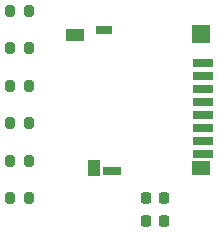
<source format=gbr>
%TF.GenerationSoftware,KiCad,Pcbnew,9.0.2+dfsg-1*%
%TF.CreationDate,2025-06-14T15:38:45+08:00*%
%TF.ProjectId,sd,73642e6b-6963-4616-945f-706362585858,rev?*%
%TF.SameCoordinates,Original*%
%TF.FileFunction,Paste,Top*%
%TF.FilePolarity,Positive*%
%FSLAX46Y46*%
G04 Gerber Fmt 4.6, Leading zero omitted, Abs format (unit mm)*
G04 Created by KiCad (PCBNEW 9.0.2+dfsg-1) date 2025-06-14 15:38:45*
%MOMM*%
%LPD*%
G01*
G04 APERTURE LIST*
G04 Aperture macros list*
%AMRoundRect*
0 Rectangle with rounded corners*
0 $1 Rounding radius*
0 $2 $3 $4 $5 $6 $7 $8 $9 X,Y pos of 4 corners*
0 Add a 4 corners polygon primitive as box body*
4,1,4,$2,$3,$4,$5,$6,$7,$8,$9,$2,$3,0*
0 Add four circle primitives for the rounded corners*
1,1,$1+$1,$2,$3*
1,1,$1+$1,$4,$5*
1,1,$1+$1,$6,$7*
1,1,$1+$1,$8,$9*
0 Add four rect primitives between the rounded corners*
20,1,$1+$1,$2,$3,$4,$5,0*
20,1,$1+$1,$4,$5,$6,$7,0*
20,1,$1+$1,$6,$7,$8,$9,0*
20,1,$1+$1,$8,$9,$2,$3,0*%
G04 Aperture macros list end*
%ADD10RoundRect,0.200000X0.200000X0.275000X-0.200000X0.275000X-0.200000X-0.275000X0.200000X-0.275000X0*%
%ADD11R,1.750000X0.700000*%
%ADD12R,1.000000X1.450000*%
%ADD13R,1.550000X1.000000*%
%ADD14R,1.500000X0.800000*%
%ADD15R,1.500000X1.300000*%
%ADD16R,1.500000X1.500000*%
%ADD17R,1.400000X0.800000*%
%ADD18RoundRect,0.200000X-0.200000X-0.275000X0.200000X-0.275000X0.200000X0.275000X-0.200000X0.275000X0*%
%ADD19RoundRect,0.225000X0.225000X0.250000X-0.225000X0.250000X-0.225000X-0.250000X0.225000X-0.250000X0*%
G04 APERTURE END LIST*
D10*
%TO.C,R5*%
X177355000Y-100330000D03*
X175705000Y-100330000D03*
%TD*%
D11*
%TO.C,J1*%
X192040000Y-92075000D03*
X192040000Y-93175000D03*
X192040000Y-94275000D03*
X192040000Y-95375000D03*
X192040000Y-96475000D03*
X192040000Y-97575000D03*
X192040000Y-98675000D03*
X192040000Y-99775000D03*
D12*
X182815000Y-100900000D03*
D13*
X181240000Y-89675000D03*
D14*
X184315000Y-101225000D03*
D15*
X191915000Y-100975000D03*
D16*
X191915000Y-89625000D03*
D17*
X183665000Y-89275000D03*
%TD*%
D10*
%TO.C,R1*%
X177355000Y-87630000D03*
X175705000Y-87630000D03*
%TD*%
%TO.C,R2*%
X177355000Y-103505000D03*
X175705000Y-103505000D03*
%TD*%
D18*
%TO.C,R6*%
X175705000Y-93980000D03*
X177355000Y-93980000D03*
%TD*%
D10*
%TO.C,R4*%
X177355000Y-97155000D03*
X175705000Y-97155000D03*
%TD*%
D19*
%TO.C,C1*%
X188735000Y-103505000D03*
X187185000Y-103505000D03*
%TD*%
D10*
%TO.C,R3*%
X177355000Y-90805000D03*
X175705000Y-90805000D03*
%TD*%
D19*
%TO.C,C2*%
X188735000Y-105410000D03*
X187185000Y-105410000D03*
%TD*%
M02*

</source>
